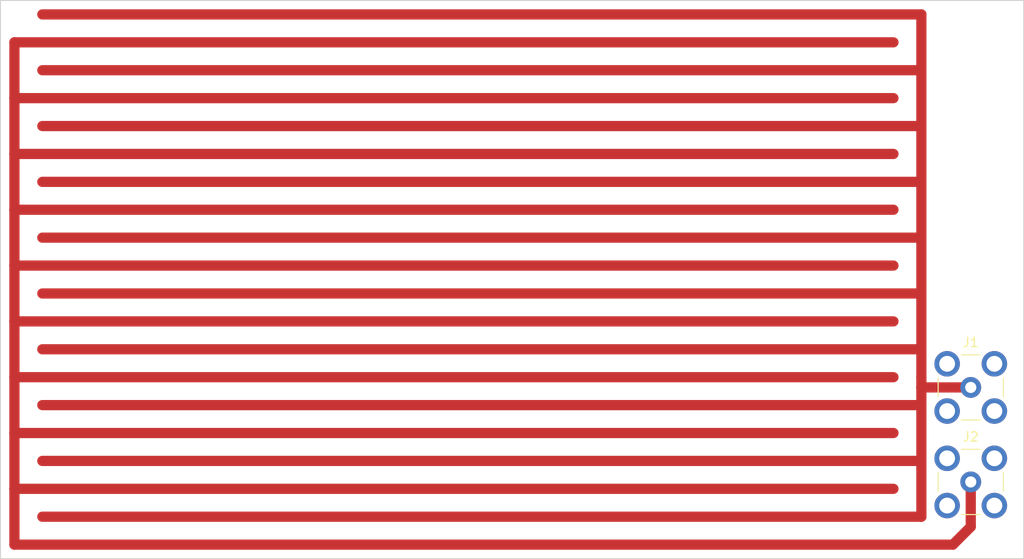
<source format=kicad_pcb>
(kicad_pcb (version 20221018) (generator pcbnew)
  (title_block (title "${PROJECT}") (rev "${VERSION}"))
  (layers (0 "F.Cu" signal) (31 "B.Cu" power) (34 "B.Paste" user) (35 "F.Paste" user) (36 "B.SilkS" user "B.Silkscreen") (37 "F.SilkS" user "F.Silkscreen") (38 "B.Mask" user) (39 "F.Mask" user) (44 "Edge.Cuts" user))
  (property "AUTHOR" "[Schematic Setup... > Project > Text Variables]")
  (property "PROJECT" "[Schematic Setup... > Project > Text Variables]")
  (property "VERSION" "0.1")
  (net 0 "")
  (net 1 "unconnected-(J1-Pin_1-Pad1)")
  (net 2 "unconnected-(J2-Pin_1-Pad1)")
  (footprint "Connector_Coaxial:SMB_Jack_Vertical" (layer "F.Cu") (at 194.31 101.6)
    (fp_text reference "J1" (at 0 -4.85) (layer "F.SilkS"))
    (fp_text value "Conn_01x01")
    (fp_line (start -3.5052 1) (end -3.5052 -1) (stroke (width 0.12)) (layer "F.SilkS"))
    (fp_line (start -1 -3.5052) (end 1 -3.5052) (stroke (width 0.12)) (layer "F.SilkS"))
    (fp_line (start 1 3.5052) (end -1 3.5052) (stroke (width 0.12)) (layer "F.SilkS"))
    (fp_line (start 3.5052 -1) (end 3.5052 1) (stroke (width 0.12)) (layer "F.SilkS"))
    (pad "1" thru_hole circle (at 0 0) (size 2.24 2.24) (drill 1.2) (layers "*.Cu" "*.Mask") (net 1 "unconnected-(J1-Pin_1-Pad1)"))
    (pad "2" thru_hole circle (at -2.54 -2.54) (size 2.74 2.74) (drill 1.7) (layers "*.Cu" "*.Mask"))
    (pad "2" thru_hole circle (at -2.54 2.54) (size 2.74 2.74) (drill 1.7) (layers "*.Cu" "*.Mask"))
    (pad "2" thru_hole circle (at 2.54 -2.54) (size 2.74 2.74) (drill 1.7) (layers "*.Cu" "*.Mask"))
    (pad "2" thru_hole circle (at 2.54 2.54) (size 2.74 2.74) (drill 1.7) (layers "*.Cu" "*.Mask"))
  )
  (footprint "Connector_Coaxial:SMB_Jack_Vertical" (layer "F.Cu") (at 194.31 111.76)
    (fp_text reference "J2" (at 0 -4.85) (layer "F.SilkS"))
    (fp_text value "Conn_01x01")
    (fp_line (start -3.5052 1) (end -3.5052 -1) (stroke (width 0.12)) (layer "F.SilkS"))
    (fp_line (start -1 -3.5052) (end 1 -3.5052) (stroke (width 0.12)) (layer "F.SilkS"))
    (fp_line (start 1 3.5052) (end -1 3.5052) (stroke (width 0.12)) (layer "F.SilkS"))
    (fp_line (start 3.5052 -1) (end 3.5052 1) (stroke (width 0.12)) (layer "F.SilkS"))
    (pad "1" thru_hole circle (at 0 0) (size 2.24 2.24) (drill 1.2) (layers "*.Cu" "*.Mask") (net 2 "unconnected-(J2-Pin_1-Pad1)"))
    (pad "2" thru_hole circle (at -2.54 -2.54) (size 2.74 2.74) (drill 1.7) (layers "*.Cu" "*.Mask"))
    (pad "2" thru_hole circle (at -2.54 2.54) (size 2.74 2.74) (drill 1.7) (layers "*.Cu" "*.Mask"))
    (pad "2" thru_hole circle (at 2.54 -2.54) (size 2.74 2.74) (drill 1.7) (layers "*.Cu" "*.Mask"))
    (pad "2" thru_hole circle (at 2.54 2.54) (size 2.74 2.74) (drill 1.7) (layers "*.Cu" "*.Mask"))
  )
  (gr_rect (start 90 60) (end 200 120) (stroke (width 0.1)) (fill none) (layer "Edge.Cuts"))
  (segment (start 189 61.5) (end 189 67.5) (width 1.1) (layer "F.Cu") (net 1))
  (segment (start 189 73.5) (end 189 79.5) (width 1.1) (layer "F.Cu") (net 1))
  (segment (start 94.5 67.5) (end 189 67.5) (width 1.1) (layer "F.Cu") (net 1))
  (segment (start 189 79.5) (end 189 85.5) (width 1.1) (layer "F.Cu") (net 1))
  (segment (start 189 97.5) (end 189 100.5) (width 1.1) (layer "F.Cu") (net 1))
  (segment (start 189 103.5) (end 189 109.5) (width 1.1) (layer "F.Cu") (net 1))
  (segment (start 94.5 61.5) (end 189 61.5) (width 1.1) (layer "F.Cu") (net 1))
  (segment (start 94.5 109.5) (end 189 109.5) (width 1.1) (layer "F.Cu") (net 1))
  (segment (start 94.5 103.5) (end 189 103.5) (width 1.1) (layer "F.Cu") (net 1))
  (segment (start 189 101.6) (end 189 103.5) (width 1.1) (layer "F.Cu") (net 1))
  (segment (start 194.31 101.6) (end 189 101.6) (width 1.1) (layer "F.Cu") (net 1))
  (segment (start 94.5 91.5) (end 189 91.5) (width 1.1) (layer "F.Cu") (net 1))
  (segment (start 189 100.5) (end 189 101.6) (width 1.1) (layer "F.Cu") (net 1))
  (segment (start 189 85.5) (end 189 91.5) (width 1.1) (layer "F.Cu") (net 1))
  (segment (start 94.5 97.5) (end 189 97.5) (width 1.1) (layer "F.Cu") (net 1))
  (segment (start 189 109.5) (end 189 115.5) (width 1.1) (layer "F.Cu") (net 1))
  (segment (start 94.5 85.5) (end 189 85.5) (width 1.1) (layer "F.Cu") (net 1))
  (segment (start 189 115.5) (end 94.5 115.5) (width 1.1) (layer "F.Cu") (net 1))
  (segment (start 94.5 73.5) (end 189 73.5) (width 1.1) (layer "F.Cu") (net 1))
  (segment (start 189 91.5) (end 189 97.5) (width 1.1) (layer "F.Cu") (net 1))
  (segment (start 94.5 79.5) (end 189 79.5) (width 1.1) (layer "F.Cu") (net 1))
  (segment (start 189 67.5) (end 189 73.5) (width 1.1) (layer "F.Cu") (net 1))
  (segment (start 91.5 94.5) (end 91.5 88.5) (width 1.1) (layer "F.Cu") (net 2))
  (segment (start 186 112.5) (end 91.5 112.5) (width 1.1) (layer "F.Cu") (net 2))
  (segment (start 91.5 76.5) (end 91.5 70.5) (width 1.1) (layer "F.Cu") (net 2))
  (segment (start 192.39 118.5) (end 91.5 118.5) (width 1.1) (layer "F.Cu") (net 2))
  (segment (start 91.5 88.5) (end 91.5 82.5) (width 1.1) (layer "F.Cu") (net 2))
  (segment (start 91.5 64.5) (end 186 64.5) (width 1.1) (layer "F.Cu") (net 2))
  (segment (start 186 70.5) (end 91.5 70.5) (width 1.1) (layer "F.Cu") (net 2))
  (segment (start 194.31 111.76) (end 194.31 116.58) (width 1.1) (layer "F.Cu") (net 2))
  (segment (start 186 94.5) (end 91.5 94.5) (width 1.1) (layer "F.Cu") (net 2))
  (segment (start 91.5 100.5) (end 91.5 94.5) (width 1.1) (layer "F.Cu") (net 2))
  (segment (start 186 76.5) (end 91.5 76.5) (width 1.1) (layer "F.Cu") (net 2))
  (segment (start 91.5 106.5) (end 91.5 100.5) (width 1.1) (layer "F.Cu") (net 2))
  (segment (start 91.5 70.5) (end 91.5 64.5) (width 1.1) (layer "F.Cu") (net 2))
  (segment (start 91.5 82.5) (end 91.5 76.5) (width 1.1) (layer "F.Cu") (net 2))
  (segment (start 186 82.5) (end 91.5 82.5) (width 1.1) (layer "F.Cu") (net 2))
  (segment (start 91.5 118.5) (end 91.5 112.5) (width 1.1) (layer "F.Cu") (net 2))
  (segment (start 186 106.5) (end 91.5 106.5) (width 1.1) (layer "F.Cu") (net 2))
  (segment (start 186 100.5) (end 91.5 100.5) (width 1.1) (layer "F.Cu") (net 2))
  (segment (start 91.5 112.5) (end 91.5 106.5) (width 1.1) (layer "F.Cu") (net 2))
  (segment (start 194.31 116.58) (end 192.39 118.5) (width 1.1) (layer "F.Cu") (net 2))
  (segment (start 186 88.5) (end 91.5 88.5) (width 1.1) (layer "F.Cu") (net 2))
)
</source>
